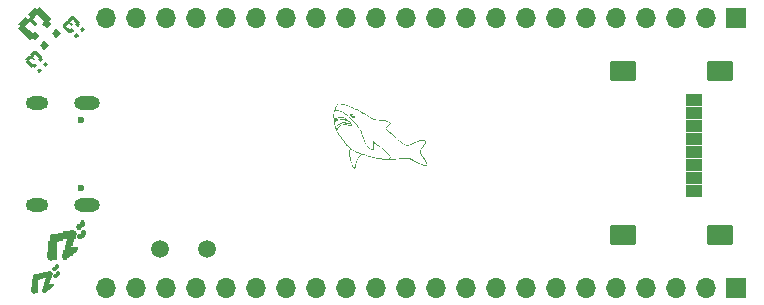
<source format=gbs>
%TF.GenerationSoftware,KiCad,Pcbnew,8.0.4*%
%TF.CreationDate,2024-11-09T01:04:21+01:00*%
%TF.ProjectId,NatSi-DevKit,4e617453-692d-4446-9576-4b69742e6b69,v1.0.0*%
%TF.SameCoordinates,Original*%
%TF.FileFunction,Soldermask,Bot*%
%TF.FilePolarity,Negative*%
%FSLAX46Y46*%
G04 Gerber Fmt 4.6, Leading zero omitted, Abs format (unit mm)*
G04 Created by KiCad (PCBNEW 8.0.4) date 2024-11-09 01:04:21*
%MOMM*%
%LPD*%
G01*
G04 APERTURE LIST*
G04 Aperture macros list*
%AMRoundRect*
0 Rectangle with rounded corners*
0 $1 Rounding radius*
0 $2 $3 $4 $5 $6 $7 $8 $9 X,Y pos of 4 corners*
0 Add a 4 corners polygon primitive as box body*
4,1,4,$2,$3,$4,$5,$6,$7,$8,$9,$2,$3,0*
0 Add four circle primitives for the rounded corners*
1,1,$1+$1,$2,$3*
1,1,$1+$1,$4,$5*
1,1,$1+$1,$6,$7*
1,1,$1+$1,$8,$9*
0 Add four rect primitives between the rounded corners*
20,1,$1+$1,$2,$3,$4,$5,0*
20,1,$1+$1,$4,$5,$6,$7,0*
20,1,$1+$1,$6,$7,$8,$9,0*
20,1,$1+$1,$8,$9,$2,$3,0*%
G04 Aperture macros list end*
%ADD10C,0.000000*%
%ADD11C,1.500000*%
%ADD12O,1.904000X1.104000*%
%ADD13O,2.204000X1.104000*%
%ADD14C,0.600000*%
%ADD15RoundRect,0.102000X-1.000000X0.750000X-1.000000X-0.750000X1.000000X-0.750000X1.000000X0.750000X0*%
%ADD16RoundRect,0.102000X-0.600000X0.400000X-0.600000X-0.400000X0.600000X-0.400000X0.600000X0.400000X0*%
%ADD17O,1.700000X1.700000*%
%ADD18R,1.700000X1.700000*%
G04 APERTURE END LIST*
D10*
G36*
X140973352Y-96522922D02*
G01*
X141021677Y-96541933D01*
X141067836Y-96569675D01*
X141109419Y-96605580D01*
X141144014Y-96649081D01*
X141154071Y-96669247D01*
X141169212Y-96699609D01*
X141172766Y-96709975D01*
X141183286Y-96762994D01*
X141180036Y-96810234D01*
X141163569Y-96848878D01*
X141134440Y-96876111D01*
X141111413Y-96888637D01*
X141090494Y-96895764D01*
X141066876Y-96897093D01*
X141032712Y-96894003D01*
X140995465Y-96886917D01*
X140962001Y-96872631D01*
X140925018Y-96847639D01*
X140923545Y-96846517D01*
X140868077Y-96798264D01*
X140824051Y-96747835D01*
X140792916Y-96697560D01*
X140778603Y-96656832D01*
X140901606Y-96656832D01*
X140904590Y-96671293D01*
X140914616Y-96697519D01*
X140928541Y-96726898D01*
X140943048Y-96752530D01*
X140954819Y-96767515D01*
X140970131Y-96771313D01*
X140996725Y-96767783D01*
X141027638Y-96758010D01*
X141056865Y-96743936D01*
X141078400Y-96727506D01*
X141083858Y-96721506D01*
X141094696Y-96705846D01*
X141094225Y-96691030D01*
X141083113Y-96668734D01*
X141073683Y-96652717D01*
X141054470Y-96627629D01*
X141032681Y-96613072D01*
X141002205Y-96604169D01*
X140998977Y-96603543D01*
X140970685Y-96601560D01*
X140945073Y-96604801D01*
X140927435Y-96612061D01*
X140923069Y-96622139D01*
X140923266Y-96626287D01*
X140914074Y-96635357D01*
X140907670Y-96640194D01*
X140901606Y-96656832D01*
X140778603Y-96656832D01*
X140776119Y-96649765D01*
X140775111Y-96606778D01*
X140783619Y-96578710D01*
X140806611Y-96545547D01*
X140839491Y-96523955D01*
X140879848Y-96513365D01*
X140925272Y-96513210D01*
X140973352Y-96522922D01*
G37*
G36*
X139884516Y-95671112D02*
G01*
X139937478Y-95675142D01*
X140006167Y-95681544D01*
X140010757Y-95681996D01*
X140089541Y-95690439D01*
X140163499Y-95699960D01*
X140234159Y-95711098D01*
X140303046Y-95724394D01*
X140371687Y-95740385D01*
X140441609Y-95759613D01*
X140514338Y-95782617D01*
X140591399Y-95809935D01*
X140674320Y-95842108D01*
X140764627Y-95879676D01*
X140863847Y-95923177D01*
X140973505Y-95973152D01*
X141095128Y-96030140D01*
X141230242Y-96094680D01*
X141380374Y-96167312D01*
X141384190Y-96169167D01*
X141521709Y-96236504D01*
X141644358Y-96297687D01*
X141754329Y-96353945D01*
X141853813Y-96406510D01*
X141945002Y-96456609D01*
X142030088Y-96505473D01*
X142111262Y-96554331D01*
X142190716Y-96604414D01*
X142270642Y-96656951D01*
X142353230Y-96713171D01*
X142435730Y-96769458D01*
X142526608Y-96828894D01*
X142608388Y-96878361D01*
X142684027Y-96918885D01*
X142756477Y-96951492D01*
X142828693Y-96977208D01*
X142903630Y-96997059D01*
X142984241Y-97012070D01*
X143073481Y-97023267D01*
X143174305Y-97031677D01*
X143289666Y-97038324D01*
X143314858Y-97039615D01*
X143444412Y-97047843D01*
X143562636Y-97058085D01*
X143668075Y-97070156D01*
X143759274Y-97083869D01*
X143834782Y-97099038D01*
X143893143Y-97115479D01*
X143912636Y-97122338D01*
X144006266Y-97159710D01*
X144083361Y-97198598D01*
X144143398Y-97238663D01*
X144185852Y-97279565D01*
X144210198Y-97320964D01*
X144215155Y-97339354D01*
X144214961Y-97360756D01*
X144206573Y-97382918D01*
X144188537Y-97407768D01*
X144159403Y-97437235D01*
X144117717Y-97473247D01*
X144062028Y-97517733D01*
X144035097Y-97538977D01*
X143973827Y-97589564D01*
X143926885Y-97632698D01*
X143893120Y-97670004D01*
X143871381Y-97703110D01*
X143860516Y-97733640D01*
X143859375Y-97763221D01*
X143866805Y-97793478D01*
X143868567Y-97797981D01*
X143878811Y-97817272D01*
X143895025Y-97839185D01*
X143918509Y-97864919D01*
X143950561Y-97895678D01*
X143992479Y-97932663D01*
X144045562Y-97977075D01*
X144111109Y-98030118D01*
X144190417Y-98092992D01*
X144224441Y-98119864D01*
X144275124Y-98160220D01*
X144321161Y-98197256D01*
X144360035Y-98228930D01*
X144389227Y-98253200D01*
X144406220Y-98268023D01*
X144417320Y-98278154D01*
X144443747Y-98301599D01*
X144479010Y-98332415D01*
X144519865Y-98367773D01*
X144563072Y-98404845D01*
X144572019Y-98412525D01*
X144619124Y-98453808D01*
X144674500Y-98503419D01*
X144733943Y-98557539D01*
X144793250Y-98612347D01*
X144848219Y-98664022D01*
X144931554Y-98741667D01*
X145036243Y-98834853D01*
X145136685Y-98919410D01*
X145230455Y-98993311D01*
X145315130Y-99054529D01*
X145393482Y-99102773D01*
X145494153Y-99148877D01*
X145594481Y-99176702D01*
X145695043Y-99186449D01*
X145705889Y-99186450D01*
X145725596Y-99185297D01*
X145744020Y-99181285D01*
X145765546Y-99172856D01*
X145794558Y-99158449D01*
X145835442Y-99136504D01*
X145865602Y-99120496D01*
X145907970Y-99099124D01*
X145945332Y-99081479D01*
X145972080Y-99070278D01*
X145982001Y-99066373D01*
X146012367Y-99052961D01*
X146053100Y-99033798D01*
X146100098Y-99010833D01*
X146149263Y-98986016D01*
X146196654Y-98962607D01*
X146274817Y-98927019D01*
X146358003Y-98892143D01*
X146441936Y-98859615D01*
X146522336Y-98831070D01*
X146594924Y-98808146D01*
X146655422Y-98792478D01*
X146687195Y-98786945D01*
X146736431Y-98780963D01*
X146791362Y-98776307D01*
X146844955Y-98773676D01*
X146908063Y-98772674D01*
X146994607Y-98774729D01*
X147064662Y-98781752D01*
X147119262Y-98794289D01*
X147159442Y-98812885D01*
X147186239Y-98838085D01*
X147197492Y-98863277D01*
X147200688Y-98870433D01*
X147203823Y-98910474D01*
X147196682Y-98958753D01*
X147188906Y-98988622D01*
X147172221Y-99036155D01*
X147149063Y-99086103D01*
X147118306Y-99140252D01*
X147078823Y-99200387D01*
X147029491Y-99268294D01*
X146969182Y-99345759D01*
X146896771Y-99434568D01*
X146849547Y-99492701D01*
X146809800Y-99545576D01*
X146781119Y-99590474D01*
X146762500Y-99630200D01*
X146752942Y-99667560D01*
X146751442Y-99705362D01*
X146756999Y-99746411D01*
X146768611Y-99793515D01*
X146785872Y-99842231D01*
X146815709Y-99906169D01*
X146854646Y-99976694D01*
X146900575Y-100050255D01*
X146951390Y-100123295D01*
X147004983Y-100192261D01*
X147014222Y-100203490D01*
X147082365Y-100289462D01*
X147139008Y-100367639D01*
X147186608Y-100441819D01*
X147227622Y-100515799D01*
X147264508Y-100593379D01*
X147282323Y-100635064D01*
X147313384Y-100718533D01*
X147332249Y-100788620D01*
X147338992Y-100845794D01*
X147333686Y-100890522D01*
X147316405Y-100923271D01*
X147300817Y-100936796D01*
X147272949Y-100948312D01*
X147235015Y-100952755D01*
X147185215Y-100950125D01*
X147121749Y-100940426D01*
X147042818Y-100923660D01*
X147041460Y-100923343D01*
X146955867Y-100900131D01*
X146858529Y-100868316D01*
X146753179Y-100829519D01*
X146643552Y-100785363D01*
X146533382Y-100737470D01*
X146426401Y-100687462D01*
X146326344Y-100636961D01*
X146236946Y-100587590D01*
X146161938Y-100540969D01*
X146108154Y-100505438D01*
X146024010Y-100453093D01*
X145949042Y-100411605D01*
X145880340Y-100379851D01*
X145814995Y-100356707D01*
X145750101Y-100341049D01*
X145682749Y-100331753D01*
X145610030Y-100327696D01*
X145589230Y-100327272D01*
X145531688Y-100327154D01*
X145478890Y-100329160D01*
X145425096Y-100333733D01*
X145364566Y-100341318D01*
X145291561Y-100352359D01*
X145287585Y-100352983D01*
X145237649Y-100359865D01*
X145177091Y-100366915D01*
X145113195Y-100373337D01*
X145053241Y-100378340D01*
X145043629Y-100379046D01*
X144985580Y-100383628D01*
X144927188Y-100388704D01*
X144874763Y-100393704D01*
X144834618Y-100398060D01*
X144766347Y-100406108D01*
X144589334Y-100425095D01*
X144428949Y-100439312D01*
X144284194Y-100448818D01*
X144154072Y-100453669D01*
X144037586Y-100453922D01*
X143933739Y-100449634D01*
X143859659Y-100443743D01*
X143774720Y-100435372D01*
X143681803Y-100424926D01*
X143583560Y-100412792D01*
X143482644Y-100399361D01*
X143381708Y-100385020D01*
X143283406Y-100370159D01*
X143190389Y-100355167D01*
X143105309Y-100340432D01*
X143030822Y-100326344D01*
X142969578Y-100313290D01*
X142924232Y-100301661D01*
X142897541Y-100294120D01*
X142853482Y-100282278D01*
X142799602Y-100268217D01*
X142740357Y-100253098D01*
X142680207Y-100238084D01*
X142629010Y-100225125D01*
X142558788Y-100206541D01*
X142483998Y-100186022D01*
X142407874Y-100164510D01*
X142333646Y-100142944D01*
X142264546Y-100122269D01*
X142203807Y-100103424D01*
X142154661Y-100087350D01*
X142120338Y-100074991D01*
X142115881Y-100073309D01*
X142088133Y-100064073D01*
X142048146Y-100051923D01*
X142000582Y-100038241D01*
X141950103Y-100024415D01*
X141933584Y-100020007D01*
X141886911Y-100007528D01*
X141846773Y-99996763D01*
X141816998Y-99988739D01*
X141801414Y-99984483D01*
X141798053Y-99983930D01*
X141788830Y-99985943D01*
X141776094Y-99993837D01*
X141758060Y-100009212D01*
X141732941Y-100033668D01*
X141698950Y-100068804D01*
X141654303Y-100116220D01*
X141652631Y-100118009D01*
X141561070Y-100221466D01*
X141486306Y-100317708D01*
X141428106Y-100407060D01*
X141386238Y-100489843D01*
X141383278Y-100496975D01*
X141359397Y-100567146D01*
X141337516Y-100655157D01*
X141317582Y-100761259D01*
X141299538Y-100885704D01*
X141294560Y-100923629D01*
X141284957Y-100989535D01*
X141275711Y-101040658D01*
X141266122Y-101079587D01*
X141255489Y-101108913D01*
X141243111Y-101131227D01*
X141228288Y-101149117D01*
X141205560Y-101167103D01*
X141174233Y-101176169D01*
X141139871Y-101168692D01*
X141101297Y-101144354D01*
X141057334Y-101102837D01*
X141035391Y-101078277D01*
X141006058Y-101040190D01*
X140979834Y-100998005D01*
X140954831Y-100948209D01*
X140929162Y-100887286D01*
X140900938Y-100811725D01*
X140849247Y-100657630D01*
X140795330Y-100466580D01*
X140754775Y-100282053D01*
X140727954Y-100105804D01*
X140715243Y-99939587D01*
X140714367Y-99911582D01*
X140713100Y-99855360D01*
X140712528Y-99803374D01*
X140712611Y-99781184D01*
X140778964Y-99781184D01*
X140779505Y-99885932D01*
X140786899Y-100001923D01*
X140800804Y-100126501D01*
X140820876Y-100257010D01*
X140846772Y-100390794D01*
X140878150Y-100525198D01*
X140914667Y-100657565D01*
X140922420Y-100683295D01*
X140950972Y-100773201D01*
X140977597Y-100847790D01*
X141003512Y-100909490D01*
X141029933Y-100960728D01*
X141058077Y-101003932D01*
X141089163Y-101041530D01*
X141124406Y-101075950D01*
X141139867Y-101088727D01*
X141160063Y-101102131D01*
X141172125Y-101105816D01*
X141176055Y-101103675D01*
X141189716Y-101084102D01*
X141202192Y-101046393D01*
X141213371Y-100990955D01*
X141223144Y-100918196D01*
X141234295Y-100826657D01*
X141248616Y-100733017D01*
X141264945Y-100651814D01*
X141284081Y-100579671D01*
X141306820Y-100513209D01*
X141333961Y-100449050D01*
X141372234Y-100372824D01*
X141418632Y-100296289D01*
X141472727Y-100222810D01*
X141537437Y-100148454D01*
X141615678Y-100069288D01*
X141639706Y-100045965D01*
X141672722Y-100013324D01*
X141698888Y-99986713D01*
X141715987Y-99968403D01*
X141721799Y-99960666D01*
X141721471Y-99960276D01*
X141710151Y-99954405D01*
X141685227Y-99943593D01*
X141650020Y-99929237D01*
X141607851Y-99912732D01*
X141506356Y-99871885D01*
X141382316Y-99817971D01*
X141252256Y-99757705D01*
X141121091Y-99693373D01*
X140993735Y-99627258D01*
X140808845Y-99528337D01*
X140804162Y-99562011D01*
X140803541Y-99566437D01*
X140799449Y-99594960D01*
X140793854Y-99633327D01*
X140787776Y-99674526D01*
X140785619Y-99690336D01*
X140778964Y-99781184D01*
X140712611Y-99781184D01*
X140712688Y-99760434D01*
X140713618Y-99731350D01*
X140714430Y-99720800D01*
X140718617Y-99682495D01*
X140724854Y-99637104D01*
X140732302Y-99589756D01*
X140740123Y-99545577D01*
X140747479Y-99509696D01*
X140753530Y-99487241D01*
X140753990Y-99485857D01*
X140754351Y-99476288D01*
X140748739Y-99464026D01*
X140735249Y-99446546D01*
X140711972Y-99421320D01*
X140677002Y-99385820D01*
X140648475Y-99356915D01*
X140555905Y-99258890D01*
X140457933Y-99149462D01*
X140357538Y-99032233D01*
X140257701Y-98910802D01*
X140161400Y-98788770D01*
X140071616Y-98669738D01*
X139991329Y-98557306D01*
X139977822Y-98537753D01*
X139944348Y-98489324D01*
X139913717Y-98445070D01*
X139883223Y-98401091D01*
X139850161Y-98353483D01*
X139811825Y-98298349D01*
X139765508Y-98231788D01*
X139743944Y-98200391D01*
X139717718Y-98160211D01*
X139695117Y-98122062D01*
X139674566Y-98082647D01*
X139654487Y-98038667D01*
X139633306Y-97986825D01*
X139609446Y-97923822D01*
X139581331Y-97846362D01*
X139574277Y-97826639D01*
X139543660Y-97739134D01*
X139523256Y-97677278D01*
X139588935Y-97677278D01*
X139591373Y-97695740D01*
X139599278Y-97722235D01*
X139613234Y-97761481D01*
X139643527Y-97844709D01*
X139690682Y-97757927D01*
X139692536Y-97754518D01*
X139715999Y-97712400D01*
X139736044Y-97680090D01*
X139756266Y-97653301D01*
X139780260Y-97627744D01*
X139811621Y-97599130D01*
X139853943Y-97563172D01*
X139879263Y-97542742D01*
X139922224Y-97512687D01*
X139966604Y-97488760D01*
X140016693Y-97469113D01*
X140076786Y-97451899D01*
X140151175Y-97435270D01*
X140204964Y-97425360D01*
X140270983Y-97417055D01*
X140334975Y-97414342D01*
X140400117Y-97417555D01*
X140469588Y-97427024D01*
X140546569Y-97443082D01*
X140634237Y-97466061D01*
X140735772Y-97496292D01*
X140752678Y-97501418D01*
X140793459Y-97512915D01*
X140828894Y-97521786D01*
X140852795Y-97526438D01*
X140857027Y-97526949D01*
X140879285Y-97528943D01*
X140890944Y-97528809D01*
X140890770Y-97523223D01*
X140884932Y-97504130D01*
X140874390Y-97475524D01*
X140860877Y-97441602D01*
X140846124Y-97406565D01*
X140831863Y-97374612D01*
X140819826Y-97349943D01*
X140811744Y-97336755D01*
X140810176Y-97335123D01*
X140794722Y-97326398D01*
X140773368Y-97327295D01*
X140743194Y-97338439D01*
X140701280Y-97360457D01*
X140685034Y-97369394D01*
X140642575Y-97388971D01*
X140613185Y-97395663D01*
X140605318Y-97394631D01*
X140579741Y-97386413D01*
X140545847Y-97371756D01*
X140508814Y-97352786D01*
X140488690Y-97341766D01*
X140459355Y-97326732D01*
X140441894Y-97320101D01*
X140433592Y-97321022D01*
X140431732Y-97328645D01*
X140427408Y-97349201D01*
X140411739Y-97368867D01*
X140390200Y-97376658D01*
X140380255Y-97373335D01*
X140359245Y-97359829D01*
X140335214Y-97339527D01*
X140321761Y-97327064D01*
X140274554Y-97289172D01*
X140233307Y-97266573D01*
X140196101Y-97258145D01*
X140194065Y-97258048D01*
X140174840Y-97258088D01*
X140162651Y-97263170D01*
X140152642Y-97277302D01*
X140139956Y-97304496D01*
X140139211Y-97306154D01*
X140119231Y-97341469D01*
X140097959Y-97359145D01*
X140073081Y-97360151D01*
X140042282Y-97345459D01*
X140035141Y-97341185D01*
X140009154Y-97330536D01*
X139989702Y-97329792D01*
X139978609Y-97338022D01*
X139960864Y-97358907D01*
X139942643Y-97386697D01*
X139937639Y-97395154D01*
X139912926Y-97428759D01*
X139888419Y-97445518D01*
X139861141Y-97446646D01*
X139828112Y-97433355D01*
X139815986Y-97426982D01*
X139795177Y-97417332D01*
X139784642Y-97414372D01*
X139784308Y-97414593D01*
X139778971Y-97425538D01*
X139770604Y-97449320D01*
X139760867Y-97481275D01*
X139750194Y-97515339D01*
X139735232Y-97548720D01*
X139717299Y-97568783D01*
X139693341Y-97578561D01*
X139660305Y-97581085D01*
X139648687Y-97581128D01*
X139626257Y-97582506D01*
X139616260Y-97586871D01*
X139614121Y-97595671D01*
X139613949Y-97598663D01*
X139608813Y-97618847D01*
X139598701Y-97644311D01*
X139598117Y-97645573D01*
X139591378Y-97662128D01*
X139588935Y-97677278D01*
X139523256Y-97677278D01*
X139518449Y-97662705D01*
X139497314Y-97592422D01*
X139478924Y-97523354D01*
X139461949Y-97450570D01*
X139445058Y-97369140D01*
X139434347Y-97313037D01*
X139496138Y-97313037D01*
X139498074Y-97325507D01*
X139503673Y-97354490D01*
X139511751Y-97393178D01*
X139521272Y-97436903D01*
X139531197Y-97480997D01*
X139540488Y-97520790D01*
X139548106Y-97551612D01*
X139553014Y-97568796D01*
X139557445Y-97579256D01*
X139562121Y-97578295D01*
X139570353Y-97561976D01*
X139577100Y-97548846D01*
X139588175Y-97537163D01*
X139605712Y-97532834D01*
X139635743Y-97533204D01*
X139641567Y-97533427D01*
X139666993Y-97533122D01*
X139682963Y-97530934D01*
X139683402Y-97530732D01*
X139691558Y-97519254D01*
X139702094Y-97494993D01*
X139712845Y-97462878D01*
X139725543Y-97421716D01*
X139738632Y-97388622D01*
X139752404Y-97369917D01*
X139769602Y-97363578D01*
X139792969Y-97367579D01*
X139825247Y-97379894D01*
X139876251Y-97401297D01*
X139902180Y-97356438D01*
X139903707Y-97353804D01*
X139929329Y-97313670D01*
X139952223Y-97289156D01*
X139976127Y-97278542D01*
X140004779Y-97280109D01*
X140041914Y-97292136D01*
X140082661Y-97308087D01*
X140106505Y-97262881D01*
X140111883Y-97252902D01*
X140126649Y-97230050D01*
X140141081Y-97218409D01*
X140160245Y-97213305D01*
X140161958Y-97213066D01*
X140214038Y-97215086D01*
X140269384Y-97233659D01*
X140325013Y-97267798D01*
X140377584Y-97307719D01*
X140383901Y-97280672D01*
X140392574Y-97260486D01*
X140405886Y-97247923D01*
X140415301Y-97248627D01*
X140439141Y-97257079D01*
X140472491Y-97272701D01*
X140511733Y-97293923D01*
X140601913Y-97345626D01*
X140689157Y-97313872D01*
X140776401Y-97282118D01*
X140745836Y-97246007D01*
X140744709Y-97244680D01*
X140724264Y-97223429D01*
X140707919Y-97214837D01*
X140690084Y-97215883D01*
X140690032Y-97215895D01*
X140658615Y-97214710D01*
X140619430Y-97199531D01*
X140575247Y-97171784D01*
X140528838Y-97132895D01*
X140475741Y-97082777D01*
X140422093Y-97108791D01*
X140419944Y-97109832D01*
X140391012Y-97123141D01*
X140372864Y-97128598D01*
X140360089Y-97126932D01*
X140347278Y-97118870D01*
X140341857Y-97114292D01*
X140322099Y-97092831D01*
X140302954Y-97066615D01*
X140279757Y-97038743D01*
X140248230Y-97018262D01*
X140235715Y-97013952D01*
X140217947Y-97011715D01*
X140198583Y-97016935D01*
X140170485Y-97030758D01*
X140168503Y-97031808D01*
X140120255Y-97054846D01*
X140083448Y-97065895D01*
X140055288Y-97064877D01*
X140032985Y-97051713D01*
X140013744Y-97026323D01*
X140007591Y-97015923D01*
X139999084Y-97005014D01*
X139989468Y-97003760D01*
X139974056Y-97012551D01*
X139948164Y-97031776D01*
X139937305Y-97039443D01*
X139902820Y-97059928D01*
X139870151Y-97074979D01*
X139865950Y-97076478D01*
X139839543Y-97083075D01*
X139815937Y-97080885D01*
X139785866Y-97069281D01*
X139741390Y-97049093D01*
X139717646Y-97094111D01*
X139708076Y-97111813D01*
X139694810Y-97131330D01*
X139679446Y-97142628D01*
X139656508Y-97149092D01*
X139620518Y-97154103D01*
X139572004Y-97160026D01*
X139542655Y-97222220D01*
X139540826Y-97226063D01*
X139525373Y-97256159D01*
X139512058Y-97278307D01*
X139503590Y-97287950D01*
X139498017Y-97294920D01*
X139496138Y-97313037D01*
X139434347Y-97313037D01*
X139426920Y-97274133D01*
X139410563Y-97180962D01*
X139405647Y-97146398D01*
X139463916Y-97146398D01*
X139464132Y-97149069D01*
X139466813Y-97168429D01*
X139471370Y-97194939D01*
X139478239Y-97231891D01*
X139508025Y-97172968D01*
X139517050Y-97155277D01*
X139530725Y-97131357D01*
X139543181Y-97117699D01*
X139559069Y-97110032D01*
X139583038Y-97104086D01*
X139598169Y-97100923D01*
X139625150Y-97096147D01*
X139641836Y-97094377D01*
X139651221Y-97088809D01*
X139666687Y-97070592D01*
X139683470Y-97044060D01*
X139697278Y-97020561D01*
X139711381Y-96999625D01*
X139720129Y-96990364D01*
X139731074Y-96991790D01*
X139754352Y-96999195D01*
X139784222Y-97011004D01*
X139839722Y-97034772D01*
X139896104Y-96999606D01*
X139926815Y-96980466D01*
X139955067Y-96962884D01*
X139973733Y-96951296D01*
X139973846Y-96951226D01*
X139995107Y-96944272D01*
X140016596Y-96953332D01*
X140032199Y-96966909D01*
X140043283Y-96982444D01*
X140049282Y-96992479D01*
X140065626Y-97007988D01*
X140074332Y-97012778D01*
X140086017Y-97013482D01*
X140102767Y-97006553D01*
X140129761Y-96990585D01*
X140139915Y-96984405D01*
X140167476Y-96969985D01*
X140191033Y-96963490D01*
X140218897Y-96962280D01*
X140240260Y-96963583D01*
X140278590Y-96973595D01*
X140311146Y-96995871D01*
X140343062Y-97033347D01*
X140375071Y-97077609D01*
X140412758Y-97055306D01*
X140433542Y-97043700D01*
X140462397Y-97032738D01*
X140486820Y-97034046D01*
X140512057Y-97048489D01*
X140543354Y-97076939D01*
X140571338Y-97103506D01*
X140601726Y-97130306D01*
X140626008Y-97149660D01*
X140634966Y-97155782D01*
X140657997Y-97168854D01*
X140673884Y-97174187D01*
X140677849Y-97173417D01*
X140676860Y-97164184D01*
X140660709Y-97144668D01*
X140629568Y-97115056D01*
X140583608Y-97075534D01*
X140559748Y-97056038D01*
X140453938Y-96979163D01*
X140350841Y-96920361D01*
X140249880Y-96879387D01*
X140150479Y-96855996D01*
X140052059Y-96849945D01*
X140041331Y-96850305D01*
X139976988Y-96855282D01*
X139907448Y-96864652D01*
X139836679Y-96877530D01*
X139768648Y-96893029D01*
X139707323Y-96910262D01*
X139656672Y-96928342D01*
X139620663Y-96946381D01*
X139611290Y-96953527D01*
X139588669Y-96975327D01*
X139561884Y-97005025D01*
X139533745Y-97039035D01*
X139507067Y-97073765D01*
X139484661Y-97105629D01*
X139469340Y-97131036D01*
X139463916Y-97146398D01*
X139405647Y-97146398D01*
X139384941Y-97000832D01*
X139370005Y-96835670D01*
X139367431Y-96744692D01*
X139420871Y-96744692D01*
X139422006Y-96774354D01*
X139424752Y-96820573D01*
X139428541Y-96869798D01*
X139433004Y-96918421D01*
X139437777Y-96962832D01*
X139442493Y-96999423D01*
X139446786Y-97024584D01*
X139450290Y-97034706D01*
X139452321Y-97034089D01*
X139462514Y-97023401D01*
X139476796Y-97003446D01*
X139485586Y-96990793D01*
X139508962Y-96960682D01*
X139533971Y-96931736D01*
X139537902Y-96927505D01*
X139552142Y-96913125D01*
X139566326Y-96901890D01*
X139584018Y-96892054D01*
X139608784Y-96881873D01*
X139644190Y-96869599D01*
X139693801Y-96853489D01*
X139780553Y-96828100D01*
X139905415Y-96801851D01*
X140022426Y-96791098D01*
X140133510Y-96796122D01*
X140240591Y-96817205D01*
X140345592Y-96854628D01*
X140450437Y-96908672D01*
X140557052Y-96979617D01*
X140638130Y-97043036D01*
X140724029Y-97122125D01*
X140740522Y-97141013D01*
X140795351Y-97203804D01*
X140834218Y-97261074D01*
X140854283Y-97290638D01*
X140903017Y-97385196D01*
X140919419Y-97423257D01*
X140934500Y-97464373D01*
X140939008Y-97484448D01*
X140941570Y-97495860D01*
X140941384Y-97521528D01*
X140934695Y-97545185D01*
X140933963Y-97546926D01*
X140920629Y-97565580D01*
X140899124Y-97576544D01*
X140867688Y-97579800D01*
X140824563Y-97575336D01*
X140767990Y-97563136D01*
X140696212Y-97543186D01*
X140640380Y-97527166D01*
X140553249Y-97504721D01*
X140473569Y-97487362D01*
X140404603Y-97475770D01*
X140349612Y-97470629D01*
X140335513Y-97470637D01*
X140293211Y-97473855D01*
X140241052Y-97480788D01*
X140183769Y-97490516D01*
X140126095Y-97502118D01*
X140072765Y-97514674D01*
X140028510Y-97527265D01*
X139998065Y-97538969D01*
X139994273Y-97540964D01*
X139965743Y-97559580D01*
X139929346Y-97587540D01*
X139889328Y-97621287D01*
X139849938Y-97657264D01*
X139815420Y-97691917D01*
X139813987Y-97693528D01*
X139799532Y-97714078D01*
X139779999Y-97746851D01*
X139757768Y-97787673D01*
X139735222Y-97832375D01*
X139680313Y-97945780D01*
X139701064Y-98002791D01*
X139702275Y-98006030D01*
X139719714Y-98044243D01*
X139744140Y-98088426D01*
X139771272Y-98130773D01*
X139779078Y-98141992D01*
X139805249Y-98179829D01*
X139829525Y-98215214D01*
X139847492Y-98241724D01*
X139855004Y-98252617D01*
X139875243Y-98280916D01*
X139902602Y-98318408D01*
X139934457Y-98361507D01*
X139968181Y-98406625D01*
X139983118Y-98426583D01*
X140020754Y-98477559D01*
X140057870Y-98528672D01*
X140090857Y-98574928D01*
X140116107Y-98611333D01*
X140133527Y-98636605D01*
X140188894Y-98712702D01*
X140254606Y-98798120D01*
X140328402Y-98890198D01*
X140408022Y-98986275D01*
X140491205Y-99083689D01*
X140575692Y-99179779D01*
X140659221Y-99271883D01*
X140739534Y-99357341D01*
X140814368Y-99433491D01*
X140818390Y-99437316D01*
X140850921Y-99462903D01*
X140898475Y-99494304D01*
X140959116Y-99530533D01*
X141030907Y-99570603D01*
X141111911Y-99613528D01*
X141200191Y-99658321D01*
X141293809Y-99703997D01*
X141390829Y-99749567D01*
X141489314Y-99794047D01*
X141587326Y-99836450D01*
X141682929Y-99875790D01*
X141694417Y-99880348D01*
X141738957Y-99897372D01*
X141777761Y-99911228D01*
X141806997Y-99920592D01*
X141822411Y-99924046D01*
X141822831Y-99924140D01*
X141835233Y-99925916D01*
X141862558Y-99932924D01*
X141894242Y-99943343D01*
X141921025Y-99952745D01*
X141964805Y-99967214D01*
X142006538Y-99980170D01*
X142044430Y-99992031D01*
X142092177Y-100007999D01*
X142136349Y-100023675D01*
X142142453Y-100025901D01*
X142191895Y-100042667D01*
X142254971Y-100062442D01*
X142327765Y-100084123D01*
X142406359Y-100106607D01*
X142486838Y-100128792D01*
X142565285Y-100149574D01*
X142637785Y-100167851D01*
X142700422Y-100182520D01*
X142710723Y-100184812D01*
X142768554Y-100197995D01*
X142827061Y-100211777D01*
X142879943Y-100224656D01*
X142920897Y-100235127D01*
X142941381Y-100240395D01*
X142978444Y-100249000D01*
X143020271Y-100257510D01*
X143068583Y-100266187D01*
X143125102Y-100275288D01*
X143191549Y-100285074D01*
X143269644Y-100295805D01*
X143361109Y-100307739D01*
X143467664Y-100321138D01*
X143591032Y-100336261D01*
X143596396Y-100336912D01*
X143674670Y-100346175D01*
X143747299Y-100354360D01*
X143812142Y-100361257D01*
X143867057Y-100366654D01*
X143909905Y-100370339D01*
X143938542Y-100372103D01*
X143950829Y-100371734D01*
X143951960Y-100371232D01*
X143960003Y-100367478D01*
X143969455Y-100362423D01*
X143983937Y-100353958D01*
X144007067Y-100339977D01*
X144042464Y-100318372D01*
X144084405Y-100288896D01*
X144123321Y-100250983D01*
X144146860Y-100213202D01*
X144149609Y-100193948D01*
X144141323Y-100158044D01*
X144119595Y-100112160D01*
X144084976Y-100057404D01*
X144038017Y-99994880D01*
X144036754Y-99993312D01*
X144004334Y-99956064D01*
X143960005Y-99909282D01*
X143906132Y-99855219D01*
X143845078Y-99796128D01*
X143779205Y-99734262D01*
X143710877Y-99671877D01*
X143642457Y-99611225D01*
X143576308Y-99554560D01*
X143538283Y-99522567D01*
X143491745Y-99483266D01*
X143447658Y-99445901D01*
X143411958Y-99415495D01*
X143405505Y-99410080D01*
X143373037Y-99384364D01*
X143329526Y-99351512D01*
X143278471Y-99314100D01*
X143223374Y-99274702D01*
X143167736Y-99235892D01*
X143157231Y-99228660D01*
X143079445Y-99174680D01*
X143015362Y-99129267D01*
X142963202Y-99091052D01*
X142921187Y-99058671D01*
X142887538Y-99030758D01*
X142860476Y-99005945D01*
X142838220Y-98982868D01*
X142802364Y-98943118D01*
X142806797Y-99072344D01*
X142808255Y-99134420D01*
X142808438Y-99208583D01*
X142807096Y-99280771D01*
X142804373Y-99347646D01*
X142800409Y-99405868D01*
X142795348Y-99452101D01*
X142789330Y-99483006D01*
X142775613Y-99521551D01*
X142747804Y-99568577D01*
X142712404Y-99598638D01*
X142669305Y-99611850D01*
X142657692Y-99611865D01*
X142621374Y-99603704D01*
X142576243Y-99585460D01*
X142525719Y-99559025D01*
X142473218Y-99526290D01*
X142422161Y-99489149D01*
X142375964Y-99449492D01*
X142349185Y-99421849D01*
X142310552Y-99376963D01*
X142267644Y-99323028D01*
X142223327Y-99263885D01*
X142180465Y-99203376D01*
X142141924Y-99145343D01*
X142110569Y-99093627D01*
X142076241Y-99030359D01*
X142022776Y-98921598D01*
X141972161Y-98806841D01*
X141927355Y-98692933D01*
X141891321Y-98586719D01*
X141878502Y-98545829D01*
X141851448Y-98464258D01*
X141821962Y-98380484D01*
X141791335Y-98297858D01*
X141760858Y-98219734D01*
X141731821Y-98149468D01*
X141705514Y-98090412D01*
X141683228Y-98045920D01*
X141677410Y-98035401D01*
X141593595Y-97894837D01*
X141493877Y-97745782D01*
X141378644Y-97588762D01*
X141248279Y-97424305D01*
X141103169Y-97252935D01*
X141055130Y-97198233D01*
X140994951Y-97130559D01*
X140932842Y-97061518D01*
X140870585Y-96993036D01*
X140809961Y-96927040D01*
X140752750Y-96865456D01*
X140700734Y-96810211D01*
X140655693Y-96763231D01*
X140619408Y-96726442D01*
X140593660Y-96701771D01*
X140554363Y-96668041D01*
X140462431Y-96599038D01*
X140357587Y-96531162D01*
X140243611Y-96466369D01*
X140124286Y-96406612D01*
X140003392Y-96353846D01*
X139884711Y-96310026D01*
X139772024Y-96277105D01*
X139750427Y-96271880D01*
X139701615Y-96261592D01*
X139661597Y-96256398D01*
X139623888Y-96255675D01*
X139582006Y-96258798D01*
X139500542Y-96267341D01*
X139484159Y-96299384D01*
X139465715Y-96345524D01*
X139449050Y-96408944D01*
X139435736Y-96484074D01*
X139426269Y-96567410D01*
X139421149Y-96655450D01*
X139420871Y-96744692D01*
X139367431Y-96744692D01*
X139365758Y-96685547D01*
X139372199Y-96550534D01*
X139389330Y-96430703D01*
X139417151Y-96326125D01*
X139446747Y-96239734D01*
X139451474Y-96225992D01*
X139511563Y-96225992D01*
X139573791Y-96209732D01*
X139594849Y-96204987D01*
X139649221Y-96199198D01*
X139709402Y-96201857D01*
X139776960Y-96213361D01*
X139853463Y-96234105D01*
X139940476Y-96264484D01*
X140039568Y-96304894D01*
X140152305Y-96355730D01*
X140230999Y-96393170D01*
X140314780Y-96435196D01*
X140388744Y-96475611D01*
X140455590Y-96516428D01*
X140518018Y-96559662D01*
X140578728Y-96607328D01*
X140640418Y-96661439D01*
X140705787Y-96724010D01*
X140777536Y-96797054D01*
X140858363Y-96882586D01*
X140907812Y-96935782D01*
X141034088Y-97073816D01*
X141147994Y-97201954D01*
X141250845Y-97321863D01*
X141343954Y-97435210D01*
X141428635Y-97543660D01*
X141506203Y-97648881D01*
X141577971Y-97752537D01*
X141645254Y-97856297D01*
X141709365Y-97961826D01*
X141713516Y-97968861D01*
X141724061Y-97986668D01*
X141733372Y-98002660D01*
X141741990Y-98018222D01*
X141750459Y-98034738D01*
X141759320Y-98053595D01*
X141769116Y-98076176D01*
X141780389Y-98103866D01*
X141793681Y-98138052D01*
X141809535Y-98180117D01*
X141828493Y-98231446D01*
X141851097Y-98293425D01*
X141877890Y-98367438D01*
X141909414Y-98454870D01*
X141946211Y-98557107D01*
X141988823Y-98675534D01*
X141998143Y-98701259D01*
X142040660Y-98813512D01*
X142081512Y-98911581D01*
X142122494Y-98998858D01*
X142165404Y-99078734D01*
X142212036Y-99154603D01*
X142264187Y-99229855D01*
X142323653Y-99307883D01*
X142342607Y-99331386D01*
X142405994Y-99402467D01*
X142467507Y-99458693D01*
X142529942Y-99502402D01*
X142596094Y-99535936D01*
X142622590Y-99546262D01*
X142658404Y-99554600D01*
X142684778Y-99550105D01*
X142705180Y-99531755D01*
X142723083Y-99498528D01*
X142729695Y-99478262D01*
X142737985Y-99434562D01*
X142744456Y-99376565D01*
X142748957Y-99306841D01*
X142751338Y-99227961D01*
X142751448Y-99142496D01*
X142749137Y-99053015D01*
X142746825Y-98991552D01*
X142745492Y-98945205D01*
X142745306Y-98912078D01*
X142746399Y-98889431D01*
X142748905Y-98874528D01*
X142752957Y-98864631D01*
X142758689Y-98857000D01*
X142765255Y-98850982D01*
X142787385Y-98844805D01*
X142811582Y-98855472D01*
X142835408Y-98882183D01*
X142858308Y-98912055D01*
X142895413Y-98950696D01*
X142945034Y-98994779D01*
X143008163Y-99045132D01*
X143085792Y-99102579D01*
X143178913Y-99167946D01*
X143252667Y-99219958D01*
X143371728Y-99308511D01*
X143493714Y-99404256D01*
X143613163Y-99502868D01*
X143724613Y-99600024D01*
X143737935Y-99611999D01*
X143767061Y-99638171D01*
X143804387Y-99671703D01*
X143846516Y-99709543D01*
X143890047Y-99748638D01*
X143924034Y-99779824D01*
X143997554Y-99852305D01*
X144062637Y-99923635D01*
X144117861Y-99991979D01*
X144161801Y-100055504D01*
X144193033Y-100112377D01*
X144201439Y-100136163D01*
X144210134Y-100160764D01*
X144212589Y-100176431D01*
X144208594Y-100221316D01*
X144187911Y-100267225D01*
X144150022Y-100315075D01*
X144094408Y-100365782D01*
X144093667Y-100366474D01*
X144097331Y-100371341D01*
X144117546Y-100374451D01*
X144152529Y-100375872D01*
X144200502Y-100375671D01*
X144259683Y-100373917D01*
X144328292Y-100370676D01*
X144404548Y-100366017D01*
X144486671Y-100360008D01*
X144572881Y-100352716D01*
X144661396Y-100344208D01*
X144732688Y-100337059D01*
X144808864Y-100329675D01*
X144881790Y-100322847D01*
X144947644Y-100316926D01*
X145002609Y-100312261D01*
X145042866Y-100309205D01*
X145097443Y-100304738D01*
X145162523Y-100298203D01*
X145229707Y-100290494D01*
X145290830Y-100282491D01*
X145354289Y-100273829D01*
X145425851Y-100265510D01*
X145488623Y-100260616D01*
X145547996Y-100259042D01*
X145609363Y-100260678D01*
X145678116Y-100265418D01*
X145759647Y-100273155D01*
X145783569Y-100275758D01*
X145831619Y-100282726D01*
X145871416Y-100292234D01*
X145910308Y-100306300D01*
X145955647Y-100326942D01*
X145975446Y-100336935D01*
X146020814Y-100361715D01*
X146073781Y-100392414D01*
X146129286Y-100426066D01*
X146182269Y-100459708D01*
X146250906Y-100503376D01*
X146359343Y-100567374D01*
X146470357Y-100626326D01*
X146589213Y-100682971D01*
X146721174Y-100740047D01*
X146822630Y-100780860D01*
X146923840Y-100818211D01*
X147012217Y-100846703D01*
X147089372Y-100866849D01*
X147156915Y-100879163D01*
X147165237Y-100880236D01*
X147201917Y-100883713D01*
X147231824Y-100884644D01*
X147249147Y-100882799D01*
X147261290Y-100873554D01*
X147266405Y-100855966D01*
X147264128Y-100828405D01*
X147254153Y-100789218D01*
X147236177Y-100736751D01*
X147209895Y-100669350D01*
X147209216Y-100667676D01*
X147182922Y-100605192D01*
X147157356Y-100550456D01*
X147130309Y-100499868D01*
X147099574Y-100449824D01*
X147062942Y-100396724D01*
X147018204Y-100336966D01*
X146963152Y-100266948D01*
X146923713Y-100216316D01*
X146851833Y-100115441D01*
X146794053Y-100020508D01*
X146749008Y-99929160D01*
X146715333Y-99839040D01*
X146706312Y-99809351D01*
X146692192Y-99753416D01*
X146685438Y-99704254D01*
X146686882Y-99659020D01*
X146697358Y-99614865D01*
X146717702Y-99568944D01*
X146748747Y-99518409D01*
X146791327Y-99460413D01*
X146846276Y-99392110D01*
X146865499Y-99368721D01*
X146903416Y-99322081D01*
X146939357Y-99277273D01*
X146969997Y-99238456D01*
X146992011Y-99209788D01*
X146992563Y-99209049D01*
X147021964Y-99165674D01*
X147051925Y-99114829D01*
X147080188Y-99061058D01*
X147104494Y-99008904D01*
X147122585Y-98962912D01*
X147132205Y-98927627D01*
X147139236Y-98884480D01*
X147108305Y-98869994D01*
X147082433Y-98861895D01*
X147039200Y-98854787D01*
X146984854Y-98849906D01*
X146923321Y-98847329D01*
X146858523Y-98847134D01*
X146794385Y-98849399D01*
X146734829Y-98854201D01*
X146683782Y-98861616D01*
X146662565Y-98866621D01*
X146620910Y-98878704D01*
X146568423Y-98895558D01*
X146508679Y-98915886D01*
X146445251Y-98938388D01*
X146381714Y-98961767D01*
X146321640Y-98984725D01*
X146268606Y-99005963D01*
X146226184Y-99024183D01*
X146197949Y-99038086D01*
X146187032Y-99044059D01*
X146148419Y-99063529D01*
X146097968Y-99087432D01*
X146039632Y-99114033D01*
X145977368Y-99141596D01*
X145915130Y-99168384D01*
X145856873Y-99192662D01*
X145806554Y-99212693D01*
X145768127Y-99226741D01*
X145743772Y-99234684D01*
X145712295Y-99243018D01*
X145684320Y-99246285D01*
X145652560Y-99245097D01*
X145609727Y-99240067D01*
X145580699Y-99235370D01*
X145486549Y-99209621D01*
X145389059Y-99167903D01*
X145290890Y-99111290D01*
X145231589Y-99070488D01*
X145155748Y-99013889D01*
X145074131Y-98949076D01*
X144990359Y-98879013D01*
X144908054Y-98806662D01*
X144830838Y-98734986D01*
X144799158Y-98704909D01*
X144709081Y-98621595D01*
X144607534Y-98530399D01*
X144497104Y-98433571D01*
X144380377Y-98333365D01*
X144259937Y-98232032D01*
X144138370Y-98131824D01*
X144079919Y-98084046D01*
X144020888Y-98035378D01*
X143973352Y-97995494D01*
X143935607Y-97962831D01*
X143905946Y-97935829D01*
X143882664Y-97912925D01*
X143864055Y-97892558D01*
X143848413Y-97873166D01*
X143834032Y-97853187D01*
X143816014Y-97822869D01*
X143801228Y-97779863D01*
X143800145Y-97736594D01*
X143813338Y-97691895D01*
X143841383Y-97644602D01*
X143884856Y-97593546D01*
X143944332Y-97537564D01*
X144020386Y-97475487D01*
X144067640Y-97438342D01*
X144106853Y-97405911D01*
X144133767Y-97381102D01*
X144149946Y-97362315D01*
X144156953Y-97347950D01*
X144156353Y-97336407D01*
X144145325Y-97320494D01*
X144118308Y-97297562D01*
X144079156Y-97271916D01*
X144030949Y-97245137D01*
X143976768Y-97218805D01*
X143919693Y-97194500D01*
X143862805Y-97173803D01*
X143809183Y-97158294D01*
X143789033Y-97153977D01*
X143740094Y-97145856D01*
X143677467Y-97137533D01*
X143604321Y-97129327D01*
X143523824Y-97121557D01*
X143439147Y-97114541D01*
X143353458Y-97108598D01*
X143269927Y-97104048D01*
X143226061Y-97101746D01*
X143125984Y-97094436D01*
X143030508Y-97084702D01*
X142943140Y-97072987D01*
X142867384Y-97059737D01*
X142806743Y-97045393D01*
X142751570Y-97026898D01*
X142683974Y-96997717D01*
X142608356Y-96958695D01*
X142523342Y-96909068D01*
X142427560Y-96848076D01*
X142319636Y-96774955D01*
X142268562Y-96740047D01*
X142155243Y-96665670D01*
X142035456Y-96590631D01*
X141916088Y-96519197D01*
X141804026Y-96455632D01*
X141788301Y-96447094D01*
X141733078Y-96417968D01*
X141664424Y-96382706D01*
X141584927Y-96342572D01*
X141497178Y-96298827D01*
X141403766Y-96252734D01*
X141307279Y-96205555D01*
X141210308Y-96158553D01*
X141115441Y-96112991D01*
X141025269Y-96070131D01*
X140942379Y-96031235D01*
X140869362Y-95997566D01*
X140808806Y-95970386D01*
X140799107Y-95966127D01*
X140682717Y-95916364D01*
X140578640Y-95874882D01*
X140483329Y-95840664D01*
X140393234Y-95812697D01*
X140304809Y-95789964D01*
X140214506Y-95771451D01*
X140118775Y-95756144D01*
X140014069Y-95743026D01*
X139972760Y-95738477D01*
X139917574Y-95732892D01*
X139875971Y-95729665D01*
X139844903Y-95728746D01*
X139821320Y-95730087D01*
X139802174Y-95733639D01*
X139784413Y-95739353D01*
X139770934Y-95744961D01*
X139728008Y-95771358D01*
X139688314Y-95810268D01*
X139651074Y-95862923D01*
X139615510Y-95930553D01*
X139580842Y-96014390D01*
X139546291Y-96115665D01*
X139511563Y-96225992D01*
X139451474Y-96225992D01*
X139472680Y-96164338D01*
X139493979Y-96102863D01*
X139511332Y-96053384D01*
X139525430Y-96013974D01*
X139536962Y-95982707D01*
X139546618Y-95957655D01*
X139555086Y-95936894D01*
X139563058Y-95918496D01*
X139593346Y-95855950D01*
X139633351Y-95790342D01*
X139675954Y-95739995D01*
X139722849Y-95702986D01*
X139775736Y-95677392D01*
X139792454Y-95672755D01*
X139814758Y-95669968D01*
X139844527Y-95669403D01*
X139884516Y-95671112D01*
G37*
G36*
X117654015Y-88499151D02*
G01*
X117915939Y-88761075D01*
X117863554Y-88813461D01*
X117811169Y-88865845D01*
X117863554Y-88918230D01*
X117915939Y-88970615D01*
X117811169Y-89075384D01*
X117706400Y-89180153D01*
X117601631Y-89075384D01*
X117496861Y-88970615D01*
X117549245Y-88918230D01*
X117601631Y-88865846D01*
X117444476Y-88708691D01*
X117287322Y-88551537D01*
X117182553Y-88656306D01*
X117077783Y-88761076D01*
X117182553Y-88865846D01*
X117287322Y-88970615D01*
X117234937Y-89022999D01*
X117182553Y-89075384D01*
X117077784Y-88970615D01*
X116973014Y-88865845D01*
X116868244Y-88970615D01*
X116763475Y-89075384D01*
X116920629Y-89232538D01*
X117077784Y-89389692D01*
X117130168Y-89337307D01*
X117182554Y-89284923D01*
X117287322Y-89389691D01*
X117392091Y-89494462D01*
X117287322Y-89599231D01*
X117182554Y-89704001D01*
X117130168Y-89651616D01*
X117077783Y-89599231D01*
X117025399Y-89651616D01*
X116973013Y-89704000D01*
X116711089Y-89442077D01*
X116449165Y-89180152D01*
X116501550Y-89127769D01*
X116553935Y-89075384D01*
X116501550Y-89022999D01*
X116449166Y-88970615D01*
X116606319Y-88813461D01*
X116763475Y-88656306D01*
X116815859Y-88708691D01*
X116868244Y-88761075D01*
X116920629Y-88708691D01*
X116973013Y-88656306D01*
X116920629Y-88603920D01*
X116868244Y-88551537D01*
X117025399Y-88394381D01*
X117182553Y-88237228D01*
X117234937Y-88289612D01*
X117287322Y-88341997D01*
X117339707Y-88289612D01*
X117392090Y-88237227D01*
X117654015Y-88499151D01*
G37*
G36*
X118230248Y-89284923D02*
G01*
X118335018Y-89389691D01*
X118230247Y-89494462D01*
X118125478Y-89599231D01*
X118020709Y-89494462D01*
X117915939Y-89389692D01*
X118020708Y-89284923D01*
X118125478Y-89180153D01*
X118230248Y-89284923D01*
G37*
G36*
X117706400Y-89808771D02*
G01*
X117811169Y-89913540D01*
X117706400Y-90018309D01*
X117601631Y-90123080D01*
X117496861Y-90018310D01*
X117392091Y-89913540D01*
X117496860Y-89808771D01*
X117601631Y-89704000D01*
X117706400Y-89808771D01*
G37*
G36*
X115471138Y-109878455D02*
G01*
X115471138Y-109921892D01*
X115514575Y-109921892D01*
X115558011Y-109921892D01*
X115558011Y-109965329D01*
X115558011Y-110008765D01*
X115601448Y-110008765D01*
X115644885Y-110008765D01*
X115644885Y-110095638D01*
X115644885Y-110182511D01*
X115601448Y-110182511D01*
X115558011Y-110182511D01*
X115558011Y-110312821D01*
X115558011Y-110443129D01*
X115514575Y-110443129D01*
X115471138Y-110443129D01*
X115471138Y-110530000D01*
X115471138Y-110616871D01*
X115427702Y-110616871D01*
X115384266Y-110616871D01*
X115384266Y-110747179D01*
X115384266Y-110877489D01*
X115340829Y-110877489D01*
X115297393Y-110877489D01*
X115297393Y-110920926D01*
X115297393Y-110964362D01*
X115514575Y-110964362D01*
X115731756Y-110964362D01*
X115731756Y-111051235D01*
X115731756Y-111138108D01*
X115688320Y-111138108D01*
X115644885Y-111138108D01*
X115644885Y-111181545D01*
X115644885Y-111224980D01*
X115601448Y-111224980D01*
X115558011Y-111224980D01*
X115558011Y-111268416D01*
X115558011Y-111311854D01*
X115514575Y-111311854D01*
X115471138Y-111311854D01*
X115471138Y-111355290D01*
X115471138Y-111398725D01*
X115427702Y-111398725D01*
X115384266Y-111398725D01*
X115384266Y-111442163D01*
X115384266Y-111485599D01*
X115297393Y-111485599D01*
X115210519Y-111485599D01*
X115210519Y-111529035D01*
X115210519Y-111572472D01*
X115167084Y-111572472D01*
X115123648Y-111572472D01*
X115123648Y-111615908D01*
X115123648Y-111659344D01*
X115080211Y-111659344D01*
X115036775Y-111659344D01*
X115036775Y-111702781D01*
X115036775Y-111746216D01*
X114906469Y-111746216D01*
X114776161Y-111746216D01*
X114776161Y-111702781D01*
X114776161Y-111659344D01*
X114732723Y-111659344D01*
X114689287Y-111659344D01*
X114689287Y-111529035D01*
X114689287Y-111398725D01*
X114732723Y-111398725D01*
X114776161Y-111398725D01*
X114776161Y-111268416D01*
X114776161Y-111138108D01*
X114819596Y-111138108D01*
X114863032Y-111138108D01*
X114863032Y-110964362D01*
X114863032Y-110790617D01*
X114906469Y-110790617D01*
X114949905Y-110790617D01*
X114949905Y-110660308D01*
X114949905Y-110530000D01*
X114993340Y-110530000D01*
X115036775Y-110530000D01*
X115036775Y-110486565D01*
X115036775Y-110443129D01*
X114906469Y-110443129D01*
X114776161Y-110443129D01*
X114776161Y-110486565D01*
X114776161Y-110530000D01*
X114645851Y-110530000D01*
X114515542Y-110530000D01*
X114515542Y-110573435D01*
X114515542Y-110616871D01*
X114428669Y-110616871D01*
X114341795Y-110616871D01*
X114341795Y-111181545D01*
X114341795Y-111746216D01*
X114211486Y-111746216D01*
X114081177Y-111746216D01*
X114081177Y-111789653D01*
X114081177Y-111833090D01*
X113994305Y-111833090D01*
X113907432Y-111833090D01*
X113907432Y-111789653D01*
X113907432Y-111746216D01*
X113863996Y-111746216D01*
X113820559Y-111746216D01*
X113820559Y-111702781D01*
X113820559Y-111659344D01*
X113777124Y-111659344D01*
X113733687Y-111659344D01*
X113733687Y-111442163D01*
X113733687Y-111224980D01*
X113777124Y-111224980D01*
X113820559Y-111224980D01*
X113820559Y-110877489D01*
X113820559Y-110530000D01*
X113863996Y-110530000D01*
X113907432Y-110530000D01*
X113907432Y-110356256D01*
X113907432Y-110182511D01*
X113950868Y-110182511D01*
X113994305Y-110182511D01*
X113994305Y-110139074D01*
X113994305Y-110095638D01*
X114211486Y-110095638D01*
X114428669Y-110095638D01*
X114428669Y-110052202D01*
X114428669Y-110008765D01*
X114602414Y-110008765D01*
X114776161Y-110008765D01*
X114776161Y-109965329D01*
X114776161Y-109921892D01*
X114993340Y-109921892D01*
X115210519Y-109921892D01*
X115210519Y-109878455D01*
X115210519Y-109835020D01*
X115340829Y-109835020D01*
X115471138Y-109835020D01*
X115471138Y-109878455D01*
G37*
G36*
X116166121Y-109878455D02*
G01*
X116166121Y-109921892D01*
X116209556Y-109921892D01*
X116252993Y-109921892D01*
X116252993Y-110052202D01*
X116252993Y-110182511D01*
X116209556Y-110182511D01*
X116166121Y-110182511D01*
X116166121Y-110225947D01*
X116166121Y-110269383D01*
X116122684Y-110269383D01*
X116079248Y-110269383D01*
X116079248Y-110312821D01*
X116079248Y-110356256D01*
X116035812Y-110356256D01*
X115992375Y-110356256D01*
X115992375Y-110399692D01*
X115992375Y-110443129D01*
X115862065Y-110443129D01*
X115731756Y-110443129D01*
X115731756Y-110399692D01*
X115731756Y-110356256D01*
X115688320Y-110356256D01*
X115644885Y-110356256D01*
X115644885Y-110269383D01*
X115644885Y-110182511D01*
X115688320Y-110182511D01*
X115731756Y-110182511D01*
X115731756Y-110139074D01*
X115731756Y-110095638D01*
X115818630Y-110095638D01*
X115905503Y-110095638D01*
X115905503Y-110008765D01*
X115905503Y-109921892D01*
X115948939Y-109921892D01*
X115992375Y-109921892D01*
X115992375Y-109878455D01*
X115992375Y-109835020D01*
X116079248Y-109835020D01*
X116166121Y-109835020D01*
X116166121Y-109878455D01*
G37*
G36*
X116079248Y-109270347D02*
G01*
X116079248Y-109313784D01*
X116122684Y-109313784D01*
X116166121Y-109313784D01*
X116166121Y-109444092D01*
X116166121Y-109574401D01*
X116122684Y-109574401D01*
X116079248Y-109574401D01*
X116079248Y-109617837D01*
X116079248Y-109661275D01*
X116035812Y-109661275D01*
X115992375Y-109661275D01*
X115992375Y-109704710D01*
X115992375Y-109748146D01*
X115948939Y-109748146D01*
X115905503Y-109748146D01*
X115905503Y-109791584D01*
X115905503Y-109835020D01*
X115775194Y-109835020D01*
X115644885Y-109835020D01*
X115644885Y-109791584D01*
X115644885Y-109748146D01*
X115601448Y-109748146D01*
X115558011Y-109748146D01*
X115558011Y-109661275D01*
X115558011Y-109574401D01*
X115601448Y-109574401D01*
X115644885Y-109574401D01*
X115644885Y-109530965D01*
X115644885Y-109487528D01*
X115731756Y-109487528D01*
X115818630Y-109487528D01*
X115818630Y-109400656D01*
X115818630Y-109313784D01*
X115862065Y-109313784D01*
X115905503Y-109313784D01*
X115905503Y-109270347D01*
X115905503Y-109226910D01*
X115992375Y-109226910D01*
X116079248Y-109226910D01*
X116079248Y-109270347D01*
G37*
G36*
X117421953Y-106417662D02*
G01*
X117421953Y-106475152D01*
X117479443Y-106475152D01*
X117536933Y-106475152D01*
X117536933Y-106532640D01*
X117536933Y-106590130D01*
X117594421Y-106590130D01*
X117651911Y-106590130D01*
X117651911Y-106705109D01*
X117651911Y-106820089D01*
X117594421Y-106820089D01*
X117536933Y-106820089D01*
X117536933Y-106992556D01*
X117536933Y-107165024D01*
X117479443Y-107165024D01*
X117421953Y-107165024D01*
X117421953Y-107280000D01*
X117421953Y-107394976D01*
X117364464Y-107394976D01*
X117306976Y-107394976D01*
X117306976Y-107567444D01*
X117306976Y-107739911D01*
X117249484Y-107739911D01*
X117191997Y-107739911D01*
X117191997Y-107797403D01*
X117191997Y-107854891D01*
X117479443Y-107854891D01*
X117766888Y-107854891D01*
X117766888Y-107969870D01*
X117766888Y-108084848D01*
X117709400Y-108084848D01*
X117651911Y-108084848D01*
X117651911Y-108142338D01*
X117651911Y-108199827D01*
X117594421Y-108199827D01*
X117536933Y-108199827D01*
X117536933Y-108257315D01*
X117536933Y-108314807D01*
X117479443Y-108314807D01*
X117421953Y-108314807D01*
X117421953Y-108372294D01*
X117421953Y-108429784D01*
X117364464Y-108429784D01*
X117306976Y-108429784D01*
X117306976Y-108487274D01*
X117306976Y-108544763D01*
X117191997Y-108544763D01*
X117077017Y-108544763D01*
X117077017Y-108602252D01*
X117077017Y-108659743D01*
X117019528Y-108659743D01*
X116962039Y-108659743D01*
X116962039Y-108717231D01*
X116962039Y-108774720D01*
X116904549Y-108774720D01*
X116847060Y-108774720D01*
X116847060Y-108832211D01*
X116847060Y-108889698D01*
X116674597Y-108889698D01*
X116502129Y-108889698D01*
X116502129Y-108832211D01*
X116502129Y-108774720D01*
X116444639Y-108774720D01*
X116387149Y-108774720D01*
X116387149Y-108602252D01*
X116387149Y-108429784D01*
X116444639Y-108429784D01*
X116502129Y-108429784D01*
X116502129Y-108257315D01*
X116502129Y-108084848D01*
X116559618Y-108084848D01*
X116617107Y-108084848D01*
X116617107Y-107854891D01*
X116617107Y-107624934D01*
X116674597Y-107624934D01*
X116732086Y-107624934D01*
X116732086Y-107452466D01*
X116732086Y-107280000D01*
X116789573Y-107280000D01*
X116847060Y-107280000D01*
X116847060Y-107222513D01*
X116847060Y-107165024D01*
X116674597Y-107165024D01*
X116502129Y-107165024D01*
X116502129Y-107222513D01*
X116502129Y-107280000D01*
X116329662Y-107280000D01*
X116157193Y-107280000D01*
X116157193Y-107337487D01*
X116157193Y-107394976D01*
X116042213Y-107394976D01*
X115927235Y-107394976D01*
X115927235Y-108142338D01*
X115927235Y-108889698D01*
X115754766Y-108889698D01*
X115582299Y-108889698D01*
X115582299Y-108947187D01*
X115582299Y-109004678D01*
X115467321Y-109004678D01*
X115352342Y-109004678D01*
X115352342Y-108947187D01*
X115352342Y-108889698D01*
X115294853Y-108889698D01*
X115237362Y-108889698D01*
X115237362Y-108832211D01*
X115237362Y-108774720D01*
X115179875Y-108774720D01*
X115122386Y-108774720D01*
X115122386Y-108487274D01*
X115122386Y-108199827D01*
X115179875Y-108199827D01*
X115237362Y-108199827D01*
X115237362Y-107739911D01*
X115237362Y-107280000D01*
X115294853Y-107280000D01*
X115352342Y-107280000D01*
X115352342Y-107050045D01*
X115352342Y-106820089D01*
X115409830Y-106820089D01*
X115467321Y-106820089D01*
X115467321Y-106762597D01*
X115467321Y-106705109D01*
X115754766Y-106705109D01*
X116042213Y-106705109D01*
X116042213Y-106647620D01*
X116042213Y-106590130D01*
X116272170Y-106590130D01*
X116502129Y-106590130D01*
X116502129Y-106532640D01*
X116502129Y-106475152D01*
X116789573Y-106475152D01*
X117077017Y-106475152D01*
X117077017Y-106417662D01*
X117077017Y-106360173D01*
X117249484Y-106360173D01*
X117421953Y-106360173D01*
X117421953Y-106417662D01*
G37*
G36*
X118341784Y-106417662D02*
G01*
X118341784Y-106475152D01*
X118399271Y-106475152D01*
X118456760Y-106475152D01*
X118456760Y-106647620D01*
X118456760Y-106820089D01*
X118399271Y-106820089D01*
X118341784Y-106820089D01*
X118341784Y-106877576D01*
X118341784Y-106935066D01*
X118284293Y-106935066D01*
X118226804Y-106935066D01*
X118226804Y-106992556D01*
X118226804Y-107050045D01*
X118169316Y-107050045D01*
X118111825Y-107050045D01*
X118111825Y-107107534D01*
X118111825Y-107165024D01*
X117939357Y-107165024D01*
X117766888Y-107165024D01*
X117766888Y-107107534D01*
X117766888Y-107050045D01*
X117709400Y-107050045D01*
X117651911Y-107050045D01*
X117651911Y-106935066D01*
X117651911Y-106820089D01*
X117709400Y-106820089D01*
X117766888Y-106820089D01*
X117766888Y-106762597D01*
X117766888Y-106705109D01*
X117881867Y-106705109D01*
X117996847Y-106705109D01*
X117996847Y-106590130D01*
X117996847Y-106475152D01*
X118054336Y-106475152D01*
X118111825Y-106475152D01*
X118111825Y-106417662D01*
X118111825Y-106360173D01*
X118226804Y-106360173D01*
X118341784Y-106360173D01*
X118341784Y-106417662D01*
G37*
G36*
X118226804Y-105612813D02*
G01*
X118226804Y-105670302D01*
X118284293Y-105670302D01*
X118341784Y-105670302D01*
X118341784Y-105842769D01*
X118341784Y-106015237D01*
X118284293Y-106015237D01*
X118226804Y-106015237D01*
X118226804Y-106072726D01*
X118226804Y-106130216D01*
X118169316Y-106130216D01*
X118111825Y-106130216D01*
X118111825Y-106187706D01*
X118111825Y-106245193D01*
X118054336Y-106245193D01*
X117996847Y-106245193D01*
X117996847Y-106302685D01*
X117996847Y-106360173D01*
X117824380Y-106360173D01*
X117651911Y-106360173D01*
X117651911Y-106302685D01*
X117651911Y-106245193D01*
X117594421Y-106245193D01*
X117536933Y-106245193D01*
X117536933Y-106130216D01*
X117536933Y-106015237D01*
X117594421Y-106015237D01*
X117651911Y-106015237D01*
X117651911Y-105957748D01*
X117651911Y-105900257D01*
X117766888Y-105900257D01*
X117881867Y-105900257D01*
X117881867Y-105785280D01*
X117881867Y-105670302D01*
X117939357Y-105670302D01*
X117996847Y-105670302D01*
X117996847Y-105612813D01*
X117996847Y-105555322D01*
X118111825Y-105555322D01*
X118226804Y-105555322D01*
X118226804Y-105612813D01*
G37*
G36*
X115006140Y-87999780D02*
G01*
X115511279Y-88504919D01*
X115410250Y-88605948D01*
X115309223Y-88706975D01*
X115410250Y-88808003D01*
X115511279Y-88909031D01*
X115309223Y-89111087D01*
X115107168Y-89313142D01*
X114905113Y-89111087D01*
X114703057Y-88909031D01*
X114804085Y-88808004D01*
X114905113Y-88706977D01*
X114602028Y-88403892D01*
X114298946Y-88100809D01*
X114096890Y-88302864D01*
X113894834Y-88504921D01*
X114096890Y-88706977D01*
X114298946Y-88909031D01*
X114197917Y-89010058D01*
X114096890Y-89111087D01*
X113894836Y-88909031D01*
X113692780Y-88706975D01*
X113490723Y-88909031D01*
X113288668Y-89111087D01*
X113591751Y-89414169D01*
X113894836Y-89717252D01*
X113995863Y-89616225D01*
X114096890Y-89515198D01*
X114298947Y-89717252D01*
X114501001Y-89919309D01*
X114298946Y-90121364D01*
X114096890Y-90323420D01*
X113995862Y-90222391D01*
X113894834Y-90121364D01*
X113793807Y-90222391D01*
X113692779Y-90323420D01*
X113187639Y-89818281D01*
X112682499Y-89313142D01*
X112783528Y-89212114D01*
X112884556Y-89111087D01*
X112783528Y-89010058D01*
X112682501Y-88909031D01*
X112985585Y-88605948D01*
X113288668Y-88302864D01*
X113389695Y-88403892D01*
X113490723Y-88504919D01*
X113591751Y-88403892D01*
X113692778Y-88302864D01*
X113591751Y-88201836D01*
X113490723Y-88100809D01*
X113793807Y-87797726D01*
X114096890Y-87494642D01*
X114197917Y-87595669D01*
X114298947Y-87696697D01*
X114399973Y-87595669D01*
X114501001Y-87494640D01*
X115006140Y-87999780D01*
G37*
G36*
X116117446Y-89515198D02*
G01*
X116319502Y-89717253D01*
X116117446Y-89919309D01*
X115915391Y-90121364D01*
X115713335Y-89919309D01*
X115511279Y-89717253D01*
X115713335Y-89515198D01*
X115915390Y-89313142D01*
X116117446Y-89515198D01*
G37*
G36*
X115107168Y-90525476D02*
G01*
X115309223Y-90727531D01*
X115107168Y-90929587D01*
X114905113Y-91131643D01*
X114703057Y-90929587D01*
X114501001Y-90727531D01*
X114703057Y-90525476D01*
X114905113Y-90323420D01*
X115107168Y-90525476D01*
G37*
G36*
X114504415Y-91445551D02*
G01*
X114766339Y-91707475D01*
X114713954Y-91759861D01*
X114661569Y-91812245D01*
X114713954Y-91864630D01*
X114766339Y-91917015D01*
X114661569Y-92021784D01*
X114556800Y-92126553D01*
X114452031Y-92021784D01*
X114347261Y-91917015D01*
X114399645Y-91864630D01*
X114452031Y-91812246D01*
X114294876Y-91655091D01*
X114137722Y-91497937D01*
X114032953Y-91602706D01*
X113928183Y-91707476D01*
X114032953Y-91812246D01*
X114137722Y-91917015D01*
X114085337Y-91969399D01*
X114032953Y-92021784D01*
X113928184Y-91917015D01*
X113823414Y-91812245D01*
X113718644Y-91917015D01*
X113613875Y-92021784D01*
X113771029Y-92178938D01*
X113928184Y-92336092D01*
X113980568Y-92283707D01*
X114032954Y-92231323D01*
X114137722Y-92336091D01*
X114242491Y-92440862D01*
X114137722Y-92545631D01*
X114032954Y-92650401D01*
X113980568Y-92598016D01*
X113928183Y-92545631D01*
X113875799Y-92598016D01*
X113823413Y-92650400D01*
X113561489Y-92388477D01*
X113299565Y-92126552D01*
X113351950Y-92074169D01*
X113404335Y-92021784D01*
X113351950Y-91969399D01*
X113299566Y-91917015D01*
X113456719Y-91759861D01*
X113613875Y-91602706D01*
X113666259Y-91655091D01*
X113718644Y-91707475D01*
X113771029Y-91655091D01*
X113823413Y-91602706D01*
X113771029Y-91550320D01*
X113718644Y-91497937D01*
X113875799Y-91340781D01*
X114032953Y-91183628D01*
X114085337Y-91236012D01*
X114137722Y-91288397D01*
X114190107Y-91236012D01*
X114242490Y-91183627D01*
X114504415Y-91445551D01*
G37*
G36*
X115080648Y-92231323D02*
G01*
X115185418Y-92336091D01*
X115080647Y-92440862D01*
X114975878Y-92545631D01*
X114871109Y-92440862D01*
X114766339Y-92336092D01*
X114871108Y-92231323D01*
X114975878Y-92126553D01*
X115080648Y-92231323D01*
G37*
G36*
X114556800Y-92755171D02*
G01*
X114661569Y-92859940D01*
X114556800Y-92964709D01*
X114452031Y-93069480D01*
X114347261Y-92964710D01*
X114242491Y-92859940D01*
X114347260Y-92755171D01*
X114452031Y-92650400D01*
X114556800Y-92755171D01*
G37*
D11*
X124715000Y-107958000D03*
X128652000Y-107958000D03*
D12*
X114301000Y-104278000D03*
X114301000Y-95628000D03*
D13*
X118471000Y-104278000D03*
X118471000Y-95628000D03*
D14*
X117981000Y-102843000D03*
X117981000Y-97063000D03*
D15*
X172086000Y-106815000D03*
X163886000Y-106815000D03*
X163886000Y-92925000D03*
X172086000Y-92925000D03*
D16*
X169886000Y-95395000D03*
X169886000Y-96495000D03*
X169886000Y-97595000D03*
X169886000Y-98695000D03*
X169886000Y-99795000D03*
X169886000Y-100895000D03*
X169886000Y-101995000D03*
X169886000Y-103095000D03*
D17*
X120143000Y-88400000D03*
X122683000Y-88400000D03*
X125223000Y-88400000D03*
X127763000Y-88400000D03*
X130303000Y-88400000D03*
X132843000Y-88400000D03*
X135383000Y-88400000D03*
X137923000Y-88400000D03*
X140463000Y-88400000D03*
X143003000Y-88400000D03*
X145543000Y-88400000D03*
X148083000Y-88400000D03*
X150623000Y-88400000D03*
X153163000Y-88400000D03*
X155703000Y-88400000D03*
X158243000Y-88400000D03*
X160783000Y-88400000D03*
X163323000Y-88400000D03*
X165863000Y-88400000D03*
X168403000Y-88400000D03*
X170943000Y-88400000D03*
D18*
X173483000Y-88400000D03*
D17*
X120143000Y-111260000D03*
X122683000Y-111260000D03*
X125223000Y-111260000D03*
X127763000Y-111260000D03*
X130303000Y-111260000D03*
X132843000Y-111260000D03*
X135383000Y-111260000D03*
X137923000Y-111260000D03*
X140463000Y-111260000D03*
X143003000Y-111260000D03*
X145543000Y-111260000D03*
X148083000Y-111260000D03*
X150623000Y-111260000D03*
X153163000Y-111260000D03*
X155703000Y-111260000D03*
X158243000Y-111260000D03*
X160783000Y-111260000D03*
X163323000Y-111260000D03*
X165863000Y-111260000D03*
X168403000Y-111260000D03*
X170943000Y-111260000D03*
D18*
X173483000Y-111260000D03*
M02*

</source>
